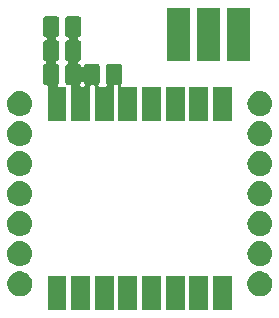
<source format=gts>
G04 #@! TF.GenerationSoftware,KiCad,Pcbnew,(5.1.4)-1*
G04 #@! TF.CreationDate,2019-10-27T13:18:03+01:00*
G04 #@! TF.ProjectId,project,70726f6a-6563-4742-9e6b-696361645f70,rev?*
G04 #@! TF.SameCoordinates,Original*
G04 #@! TF.FileFunction,Soldermask,Top*
G04 #@! TF.FilePolarity,Negative*
%FSLAX46Y46*%
G04 Gerber Fmt 4.6, Leading zero omitted, Abs format (unit mm)*
G04 Created by KiCad (PCBNEW (5.1.4)-1) date 2019-10-27 13:18:03*
%MOMM*%
%LPD*%
G04 APERTURE LIST*
%ADD10C,0.100000*%
G04 APERTURE END LIST*
D10*
G36*
X135930300Y-101728200D02*
G01*
X134330300Y-101728200D01*
X134330300Y-98828200D01*
X135930300Y-98828200D01*
X135930300Y-101728200D01*
X135930300Y-101728200D01*
G37*
G36*
X133930300Y-101728200D02*
G01*
X132330300Y-101728200D01*
X132330300Y-98828200D01*
X133930300Y-98828200D01*
X133930300Y-101728200D01*
X133930300Y-101728200D01*
G37*
G36*
X121930300Y-101728200D02*
G01*
X120330300Y-101728200D01*
X120330300Y-98828200D01*
X121930300Y-98828200D01*
X121930300Y-101728200D01*
X121930300Y-101728200D01*
G37*
G36*
X123930300Y-101728200D02*
G01*
X122330300Y-101728200D01*
X122330300Y-98828200D01*
X123930300Y-98828200D01*
X123930300Y-101728200D01*
X123930300Y-101728200D01*
G37*
G36*
X125930300Y-101728200D02*
G01*
X124330300Y-101728200D01*
X124330300Y-98828200D01*
X125930300Y-98828200D01*
X125930300Y-101728200D01*
X125930300Y-101728200D01*
G37*
G36*
X127930300Y-101728200D02*
G01*
X126330300Y-101728200D01*
X126330300Y-98828200D01*
X127930300Y-98828200D01*
X127930300Y-101728200D01*
X127930300Y-101728200D01*
G37*
G36*
X129930300Y-101728200D02*
G01*
X128330300Y-101728200D01*
X128330300Y-98828200D01*
X129930300Y-98828200D01*
X129930300Y-101728200D01*
X129930300Y-101728200D01*
G37*
G36*
X131930300Y-101728200D02*
G01*
X130330300Y-101728200D01*
X130330300Y-98828200D01*
X131930300Y-98828200D01*
X131930300Y-101728200D01*
X131930300Y-101728200D01*
G37*
G36*
X118098987Y-98472227D02*
G01*
X118276574Y-98507550D01*
X118467662Y-98586702D01*
X118639636Y-98701611D01*
X118785889Y-98847864D01*
X118900798Y-99019838D01*
X118979950Y-99210926D01*
X119020300Y-99413784D01*
X119020300Y-99620616D01*
X118979950Y-99823474D01*
X118900798Y-100014562D01*
X118785889Y-100186536D01*
X118639636Y-100332789D01*
X118467662Y-100447698D01*
X118276574Y-100526850D01*
X118098987Y-100562173D01*
X118073717Y-100567200D01*
X117866883Y-100567200D01*
X117841613Y-100562173D01*
X117664026Y-100526850D01*
X117472938Y-100447698D01*
X117300964Y-100332789D01*
X117154711Y-100186536D01*
X117039802Y-100014562D01*
X116960650Y-99823474D01*
X116920300Y-99620616D01*
X116920300Y-99413784D01*
X116960650Y-99210926D01*
X117039802Y-99019838D01*
X117154711Y-98847864D01*
X117300964Y-98701611D01*
X117472938Y-98586702D01*
X117664026Y-98507550D01*
X117841613Y-98472227D01*
X117866883Y-98467200D01*
X118073717Y-98467200D01*
X118098987Y-98472227D01*
X118098987Y-98472227D01*
G37*
G36*
X138431687Y-98472227D02*
G01*
X138609274Y-98507550D01*
X138800362Y-98586702D01*
X138972336Y-98701611D01*
X139118589Y-98847864D01*
X139233498Y-99019838D01*
X139312650Y-99210926D01*
X139353000Y-99413784D01*
X139353000Y-99620616D01*
X139312650Y-99823474D01*
X139233498Y-100014562D01*
X139118589Y-100186536D01*
X138972336Y-100332789D01*
X138800362Y-100447698D01*
X138609274Y-100526850D01*
X138431687Y-100562173D01*
X138406417Y-100567200D01*
X138199583Y-100567200D01*
X138174313Y-100562173D01*
X137996726Y-100526850D01*
X137805638Y-100447698D01*
X137633664Y-100332789D01*
X137487411Y-100186536D01*
X137372502Y-100014562D01*
X137293350Y-99823474D01*
X137253000Y-99620616D01*
X137253000Y-99413784D01*
X137293350Y-99210926D01*
X137372502Y-99019838D01*
X137487411Y-98847864D01*
X137633664Y-98701611D01*
X137805638Y-98586702D01*
X137996726Y-98507550D01*
X138174313Y-98472227D01*
X138199583Y-98467200D01*
X138406417Y-98467200D01*
X138431687Y-98472227D01*
X138431687Y-98472227D01*
G37*
G36*
X138431707Y-95934797D02*
G01*
X138508836Y-95942393D01*
X138706762Y-96002433D01*
X138706765Y-96002434D01*
X138889170Y-96099932D01*
X139049055Y-96231145D01*
X139180268Y-96391030D01*
X139277766Y-96573435D01*
X139277767Y-96573438D01*
X139337807Y-96771364D01*
X139358080Y-96977200D01*
X139337807Y-97183036D01*
X139277767Y-97380962D01*
X139277766Y-97380965D01*
X139180268Y-97563370D01*
X139049055Y-97723255D01*
X138889170Y-97854468D01*
X138706765Y-97951966D01*
X138706762Y-97951967D01*
X138508836Y-98012007D01*
X138431707Y-98019603D01*
X138354580Y-98027200D01*
X138251420Y-98027200D01*
X138174293Y-98019603D01*
X138097164Y-98012007D01*
X137899238Y-97951967D01*
X137899235Y-97951966D01*
X137716830Y-97854468D01*
X137556945Y-97723255D01*
X137425732Y-97563370D01*
X137328234Y-97380965D01*
X137328233Y-97380962D01*
X137268193Y-97183036D01*
X137247920Y-96977200D01*
X137268193Y-96771364D01*
X137328233Y-96573438D01*
X137328234Y-96573435D01*
X137425732Y-96391030D01*
X137556945Y-96231145D01*
X137716830Y-96099932D01*
X137899235Y-96002434D01*
X137899238Y-96002433D01*
X138097164Y-95942393D01*
X138174293Y-95934797D01*
X138251420Y-95927200D01*
X138354580Y-95927200D01*
X138431707Y-95934797D01*
X138431707Y-95934797D01*
G37*
G36*
X118099007Y-95934797D02*
G01*
X118176136Y-95942393D01*
X118374062Y-96002433D01*
X118374065Y-96002434D01*
X118556470Y-96099932D01*
X118716355Y-96231145D01*
X118847568Y-96391030D01*
X118945066Y-96573435D01*
X118945067Y-96573438D01*
X119005107Y-96771364D01*
X119025380Y-96977200D01*
X119005107Y-97183036D01*
X118945067Y-97380962D01*
X118945066Y-97380965D01*
X118847568Y-97563370D01*
X118716355Y-97723255D01*
X118556470Y-97854468D01*
X118374065Y-97951966D01*
X118374062Y-97951967D01*
X118176136Y-98012007D01*
X118099007Y-98019603D01*
X118021880Y-98027200D01*
X117918720Y-98027200D01*
X117841593Y-98019603D01*
X117764464Y-98012007D01*
X117566538Y-97951967D01*
X117566535Y-97951966D01*
X117384130Y-97854468D01*
X117224245Y-97723255D01*
X117093032Y-97563370D01*
X116995534Y-97380965D01*
X116995533Y-97380962D01*
X116935493Y-97183036D01*
X116915220Y-96977200D01*
X116935493Y-96771364D01*
X116995533Y-96573438D01*
X116995534Y-96573435D01*
X117093032Y-96391030D01*
X117224245Y-96231145D01*
X117384130Y-96099932D01*
X117566535Y-96002434D01*
X117566538Y-96002433D01*
X117764464Y-95942393D01*
X117841593Y-95934797D01*
X117918720Y-95927200D01*
X118021880Y-95927200D01*
X118099007Y-95934797D01*
X118099007Y-95934797D01*
G37*
G36*
X138431707Y-93394796D02*
G01*
X138508836Y-93402393D01*
X138706762Y-93462433D01*
X138706765Y-93462434D01*
X138889170Y-93559932D01*
X139049055Y-93691145D01*
X139180268Y-93851030D01*
X139277766Y-94033435D01*
X139277767Y-94033438D01*
X139337807Y-94231364D01*
X139358080Y-94437200D01*
X139337807Y-94643036D01*
X139277767Y-94840962D01*
X139277766Y-94840965D01*
X139180268Y-95023370D01*
X139049055Y-95183255D01*
X138889170Y-95314468D01*
X138706765Y-95411966D01*
X138706762Y-95411967D01*
X138508836Y-95472007D01*
X138431707Y-95479603D01*
X138354580Y-95487200D01*
X138251420Y-95487200D01*
X138174293Y-95479603D01*
X138097164Y-95472007D01*
X137899238Y-95411967D01*
X137899235Y-95411966D01*
X137716830Y-95314468D01*
X137556945Y-95183255D01*
X137425732Y-95023370D01*
X137328234Y-94840965D01*
X137328233Y-94840962D01*
X137268193Y-94643036D01*
X137247920Y-94437200D01*
X137268193Y-94231364D01*
X137328233Y-94033438D01*
X137328234Y-94033435D01*
X137425732Y-93851030D01*
X137556945Y-93691145D01*
X137716830Y-93559932D01*
X137899235Y-93462434D01*
X137899238Y-93462433D01*
X138097164Y-93402393D01*
X138174293Y-93394796D01*
X138251420Y-93387200D01*
X138354580Y-93387200D01*
X138431707Y-93394796D01*
X138431707Y-93394796D01*
G37*
G36*
X118099007Y-93394796D02*
G01*
X118176136Y-93402393D01*
X118374062Y-93462433D01*
X118374065Y-93462434D01*
X118556470Y-93559932D01*
X118716355Y-93691145D01*
X118847568Y-93851030D01*
X118945066Y-94033435D01*
X118945067Y-94033438D01*
X119005107Y-94231364D01*
X119025380Y-94437200D01*
X119005107Y-94643036D01*
X118945067Y-94840962D01*
X118945066Y-94840965D01*
X118847568Y-95023370D01*
X118716355Y-95183255D01*
X118556470Y-95314468D01*
X118374065Y-95411966D01*
X118374062Y-95411967D01*
X118176136Y-95472007D01*
X118099007Y-95479603D01*
X118021880Y-95487200D01*
X117918720Y-95487200D01*
X117841593Y-95479603D01*
X117764464Y-95472007D01*
X117566538Y-95411967D01*
X117566535Y-95411966D01*
X117384130Y-95314468D01*
X117224245Y-95183255D01*
X117093032Y-95023370D01*
X116995534Y-94840965D01*
X116995533Y-94840962D01*
X116935493Y-94643036D01*
X116915220Y-94437200D01*
X116935493Y-94231364D01*
X116995533Y-94033438D01*
X116995534Y-94033435D01*
X117093032Y-93851030D01*
X117224245Y-93691145D01*
X117384130Y-93559932D01*
X117566535Y-93462434D01*
X117566538Y-93462433D01*
X117764464Y-93402393D01*
X117841593Y-93394796D01*
X117918720Y-93387200D01*
X118021880Y-93387200D01*
X118099007Y-93394796D01*
X118099007Y-93394796D01*
G37*
G36*
X138431707Y-90854797D02*
G01*
X138508836Y-90862393D01*
X138706762Y-90922433D01*
X138706765Y-90922434D01*
X138889170Y-91019932D01*
X139049055Y-91151145D01*
X139180268Y-91311030D01*
X139277766Y-91493435D01*
X139277767Y-91493438D01*
X139337807Y-91691364D01*
X139358080Y-91897200D01*
X139337807Y-92103036D01*
X139277767Y-92300962D01*
X139277766Y-92300965D01*
X139180268Y-92483370D01*
X139049055Y-92643255D01*
X138889170Y-92774468D01*
X138706765Y-92871966D01*
X138706762Y-92871967D01*
X138508836Y-92932007D01*
X138431707Y-92939603D01*
X138354580Y-92947200D01*
X138251420Y-92947200D01*
X138174293Y-92939603D01*
X138097164Y-92932007D01*
X137899238Y-92871967D01*
X137899235Y-92871966D01*
X137716830Y-92774468D01*
X137556945Y-92643255D01*
X137425732Y-92483370D01*
X137328234Y-92300965D01*
X137328233Y-92300962D01*
X137268193Y-92103036D01*
X137247920Y-91897200D01*
X137268193Y-91691364D01*
X137328233Y-91493438D01*
X137328234Y-91493435D01*
X137425732Y-91311030D01*
X137556945Y-91151145D01*
X137716830Y-91019932D01*
X137899235Y-90922434D01*
X137899238Y-90922433D01*
X138097164Y-90862393D01*
X138174293Y-90854797D01*
X138251420Y-90847200D01*
X138354580Y-90847200D01*
X138431707Y-90854797D01*
X138431707Y-90854797D01*
G37*
G36*
X118099007Y-90854797D02*
G01*
X118176136Y-90862393D01*
X118374062Y-90922433D01*
X118374065Y-90922434D01*
X118556470Y-91019932D01*
X118716355Y-91151145D01*
X118847568Y-91311030D01*
X118945066Y-91493435D01*
X118945067Y-91493438D01*
X119005107Y-91691364D01*
X119025380Y-91897200D01*
X119005107Y-92103036D01*
X118945067Y-92300962D01*
X118945066Y-92300965D01*
X118847568Y-92483370D01*
X118716355Y-92643255D01*
X118556470Y-92774468D01*
X118374065Y-92871966D01*
X118374062Y-92871967D01*
X118176136Y-92932007D01*
X118099007Y-92939603D01*
X118021880Y-92947200D01*
X117918720Y-92947200D01*
X117841593Y-92939603D01*
X117764464Y-92932007D01*
X117566538Y-92871967D01*
X117566535Y-92871966D01*
X117384130Y-92774468D01*
X117224245Y-92643255D01*
X117093032Y-92483370D01*
X116995534Y-92300965D01*
X116995533Y-92300962D01*
X116935493Y-92103036D01*
X116915220Y-91897200D01*
X116935493Y-91691364D01*
X116995533Y-91493438D01*
X116995534Y-91493435D01*
X117093032Y-91311030D01*
X117224245Y-91151145D01*
X117384130Y-91019932D01*
X117566535Y-90922434D01*
X117566538Y-90922433D01*
X117764464Y-90862393D01*
X117841593Y-90854797D01*
X117918720Y-90847200D01*
X118021880Y-90847200D01*
X118099007Y-90854797D01*
X118099007Y-90854797D01*
G37*
G36*
X118099007Y-88314796D02*
G01*
X118176136Y-88322393D01*
X118374062Y-88382433D01*
X118374065Y-88382434D01*
X118556470Y-88479932D01*
X118716355Y-88611145D01*
X118847568Y-88771030D01*
X118945066Y-88953435D01*
X118945067Y-88953438D01*
X119005107Y-89151364D01*
X119025380Y-89357200D01*
X119005107Y-89563036D01*
X118945067Y-89760962D01*
X118945066Y-89760965D01*
X118847568Y-89943370D01*
X118716355Y-90103255D01*
X118556470Y-90234468D01*
X118374065Y-90331966D01*
X118374062Y-90331967D01*
X118176136Y-90392007D01*
X118099007Y-90399603D01*
X118021880Y-90407200D01*
X117918720Y-90407200D01*
X117841593Y-90399603D01*
X117764464Y-90392007D01*
X117566538Y-90331967D01*
X117566535Y-90331966D01*
X117384130Y-90234468D01*
X117224245Y-90103255D01*
X117093032Y-89943370D01*
X116995534Y-89760965D01*
X116995533Y-89760962D01*
X116935493Y-89563036D01*
X116915220Y-89357200D01*
X116935493Y-89151364D01*
X116995533Y-88953438D01*
X116995534Y-88953435D01*
X117093032Y-88771030D01*
X117224245Y-88611145D01*
X117384130Y-88479932D01*
X117566535Y-88382434D01*
X117566538Y-88382433D01*
X117764464Y-88322393D01*
X117841593Y-88314796D01*
X117918720Y-88307200D01*
X118021880Y-88307200D01*
X118099007Y-88314796D01*
X118099007Y-88314796D01*
G37*
G36*
X138431707Y-88314796D02*
G01*
X138508836Y-88322393D01*
X138706762Y-88382433D01*
X138706765Y-88382434D01*
X138889170Y-88479932D01*
X139049055Y-88611145D01*
X139180268Y-88771030D01*
X139277766Y-88953435D01*
X139277767Y-88953438D01*
X139337807Y-89151364D01*
X139358080Y-89357200D01*
X139337807Y-89563036D01*
X139277767Y-89760962D01*
X139277766Y-89760965D01*
X139180268Y-89943370D01*
X139049055Y-90103255D01*
X138889170Y-90234468D01*
X138706765Y-90331966D01*
X138706762Y-90331967D01*
X138508836Y-90392007D01*
X138431707Y-90399603D01*
X138354580Y-90407200D01*
X138251420Y-90407200D01*
X138174293Y-90399603D01*
X138097164Y-90392007D01*
X137899238Y-90331967D01*
X137899235Y-90331966D01*
X137716830Y-90234468D01*
X137556945Y-90103255D01*
X137425732Y-89943370D01*
X137328234Y-89760965D01*
X137328233Y-89760962D01*
X137268193Y-89563036D01*
X137247920Y-89357200D01*
X137268193Y-89151364D01*
X137328233Y-88953438D01*
X137328234Y-88953435D01*
X137425732Y-88771030D01*
X137556945Y-88611145D01*
X137716830Y-88479932D01*
X137899235Y-88382434D01*
X137899238Y-88382433D01*
X138097164Y-88322393D01*
X138174293Y-88314796D01*
X138251420Y-88307200D01*
X138354580Y-88307200D01*
X138431707Y-88314796D01*
X138431707Y-88314796D01*
G37*
G36*
X118099007Y-85774797D02*
G01*
X118176136Y-85782393D01*
X118374062Y-85842433D01*
X118374065Y-85842434D01*
X118556470Y-85939932D01*
X118716355Y-86071145D01*
X118847568Y-86231030D01*
X118945066Y-86413435D01*
X118945067Y-86413438D01*
X119005107Y-86611364D01*
X119025380Y-86817200D01*
X119005107Y-87023036D01*
X118945067Y-87220962D01*
X118945066Y-87220965D01*
X118847568Y-87403370D01*
X118716355Y-87563255D01*
X118556470Y-87694468D01*
X118374065Y-87791966D01*
X118374062Y-87791967D01*
X118176136Y-87852007D01*
X118099007Y-87859604D01*
X118021880Y-87867200D01*
X117918720Y-87867200D01*
X117841593Y-87859604D01*
X117764464Y-87852007D01*
X117566538Y-87791967D01*
X117566535Y-87791966D01*
X117384130Y-87694468D01*
X117224245Y-87563255D01*
X117093032Y-87403370D01*
X116995534Y-87220965D01*
X116995533Y-87220962D01*
X116935493Y-87023036D01*
X116915220Y-86817200D01*
X116935493Y-86611364D01*
X116995533Y-86413438D01*
X116995534Y-86413435D01*
X117093032Y-86231030D01*
X117224245Y-86071145D01*
X117384130Y-85939932D01*
X117566535Y-85842434D01*
X117566538Y-85842433D01*
X117764464Y-85782393D01*
X117841593Y-85774797D01*
X117918720Y-85767200D01*
X118021880Y-85767200D01*
X118099007Y-85774797D01*
X118099007Y-85774797D01*
G37*
G36*
X138431707Y-85774797D02*
G01*
X138508836Y-85782393D01*
X138706762Y-85842433D01*
X138706765Y-85842434D01*
X138889170Y-85939932D01*
X139049055Y-86071145D01*
X139180268Y-86231030D01*
X139277766Y-86413435D01*
X139277767Y-86413438D01*
X139337807Y-86611364D01*
X139358080Y-86817200D01*
X139337807Y-87023036D01*
X139277767Y-87220962D01*
X139277766Y-87220965D01*
X139180268Y-87403370D01*
X139049055Y-87563255D01*
X138889170Y-87694468D01*
X138706765Y-87791966D01*
X138706762Y-87791967D01*
X138508836Y-87852007D01*
X138431707Y-87859604D01*
X138354580Y-87867200D01*
X138251420Y-87867200D01*
X138174293Y-87859604D01*
X138097164Y-87852007D01*
X137899238Y-87791967D01*
X137899235Y-87791966D01*
X137716830Y-87694468D01*
X137556945Y-87563255D01*
X137425732Y-87403370D01*
X137328234Y-87220965D01*
X137328233Y-87220962D01*
X137268193Y-87023036D01*
X137247920Y-86817200D01*
X137268193Y-86611364D01*
X137328233Y-86413438D01*
X137328234Y-86413435D01*
X137425732Y-86231030D01*
X137556945Y-86071145D01*
X137716830Y-85939932D01*
X137899235Y-85842434D01*
X137899238Y-85842433D01*
X138097164Y-85782393D01*
X138174293Y-85774797D01*
X138251420Y-85767200D01*
X138354580Y-85767200D01*
X138431707Y-85774797D01*
X138431707Y-85774797D01*
G37*
G36*
X129930300Y-85728200D02*
G01*
X128330300Y-85728200D01*
X128330300Y-82828200D01*
X129930300Y-82828200D01*
X129930300Y-85728200D01*
X129930300Y-85728200D01*
G37*
G36*
X131930300Y-85728200D02*
G01*
X130330300Y-85728200D01*
X130330300Y-82828200D01*
X131930300Y-82828200D01*
X131930300Y-85728200D01*
X131930300Y-85728200D01*
G37*
G36*
X133930300Y-85728200D02*
G01*
X132330300Y-85728200D01*
X132330300Y-82828200D01*
X133930300Y-82828200D01*
X133930300Y-85728200D01*
X133930300Y-85728200D01*
G37*
G36*
X121092979Y-76857937D02*
G01*
X121145627Y-76873908D01*
X121194148Y-76899842D01*
X121236675Y-76934745D01*
X121271578Y-76977272D01*
X121297512Y-77025793D01*
X121313483Y-77078441D01*
X121319480Y-77139330D01*
X121319480Y-78364550D01*
X121313483Y-78425439D01*
X121297512Y-78478087D01*
X121271578Y-78526608D01*
X121236675Y-78569135D01*
X121194148Y-78604038D01*
X121145627Y-78629972D01*
X121089319Y-78647053D01*
X121066680Y-78656431D01*
X121046306Y-78670044D01*
X121028979Y-78687371D01*
X121015365Y-78707746D01*
X121005988Y-78730384D01*
X121001207Y-78754418D01*
X121001207Y-78778922D01*
X121005987Y-78802955D01*
X121015365Y-78825594D01*
X121028978Y-78845968D01*
X121046305Y-78863295D01*
X121066680Y-78876909D01*
X121089319Y-78886287D01*
X121145627Y-78903368D01*
X121194148Y-78929302D01*
X121236675Y-78964205D01*
X121271578Y-79006732D01*
X121297512Y-79055253D01*
X121313483Y-79107901D01*
X121319480Y-79168790D01*
X121319480Y-80394010D01*
X121313483Y-80454899D01*
X121297512Y-80507547D01*
X121271578Y-80556068D01*
X121236675Y-80598595D01*
X121194148Y-80633498D01*
X121145627Y-80659432D01*
X121116463Y-80668279D01*
X121093824Y-80677657D01*
X121073450Y-80691270D01*
X121056123Y-80708597D01*
X121042509Y-80728972D01*
X121033132Y-80751610D01*
X121028351Y-80775644D01*
X121028351Y-80800148D01*
X121033131Y-80824181D01*
X121042509Y-80846820D01*
X121056122Y-80867194D01*
X121073449Y-80884521D01*
X121093824Y-80898135D01*
X121116461Y-80907512D01*
X121132925Y-80912506D01*
X121181448Y-80938442D01*
X121223975Y-80973345D01*
X121258878Y-81015872D01*
X121284812Y-81064393D01*
X121300783Y-81117041D01*
X121306780Y-81177930D01*
X121306780Y-82403150D01*
X121300783Y-82464039D01*
X121284812Y-82516687D01*
X121258878Y-82565208D01*
X121222812Y-82609153D01*
X121208062Y-82623903D01*
X121194449Y-82644277D01*
X121185071Y-82666916D01*
X121180291Y-82690949D01*
X121180291Y-82715453D01*
X121185072Y-82739487D01*
X121194449Y-82762125D01*
X121208063Y-82782500D01*
X121225390Y-82799827D01*
X121245764Y-82813440D01*
X121268403Y-82822818D01*
X121304688Y-82828200D01*
X121808872Y-82828200D01*
X121833258Y-82825798D01*
X121856707Y-82818685D01*
X121878318Y-82807134D01*
X121897260Y-82791589D01*
X121912805Y-82772647D01*
X121924356Y-82751036D01*
X121931469Y-82727587D01*
X121933871Y-82703201D01*
X121931469Y-82678815D01*
X121924356Y-82655366D01*
X121912805Y-82633755D01*
X121893060Y-82611970D01*
X121854682Y-82565208D01*
X121828748Y-82516687D01*
X121812777Y-82464039D01*
X121806780Y-82403150D01*
X121806780Y-81177930D01*
X121812777Y-81117041D01*
X121828748Y-81064393D01*
X121854682Y-81015872D01*
X121889585Y-80973345D01*
X121932112Y-80938442D01*
X121980633Y-80912508D01*
X122009797Y-80903661D01*
X122032436Y-80894283D01*
X122052810Y-80880670D01*
X122070137Y-80863343D01*
X122083751Y-80842968D01*
X122093128Y-80820330D01*
X122097909Y-80796296D01*
X122097909Y-80771792D01*
X122093129Y-80747759D01*
X122083751Y-80725120D01*
X122070138Y-80704746D01*
X122052811Y-80687419D01*
X122032436Y-80673805D01*
X122009799Y-80664428D01*
X121993335Y-80659434D01*
X121944812Y-80633498D01*
X121902285Y-80598595D01*
X121867382Y-80556068D01*
X121841448Y-80507547D01*
X121825477Y-80454899D01*
X121819480Y-80394010D01*
X121819480Y-79168790D01*
X121825477Y-79107901D01*
X121841448Y-79055253D01*
X121867382Y-79006732D01*
X121902285Y-78964205D01*
X121944812Y-78929302D01*
X121993333Y-78903368D01*
X122049641Y-78886287D01*
X122072280Y-78876909D01*
X122092654Y-78863296D01*
X122109981Y-78845969D01*
X122123595Y-78825594D01*
X122132972Y-78802956D01*
X122137753Y-78778922D01*
X122137753Y-78754418D01*
X122132973Y-78730385D01*
X122123595Y-78707746D01*
X122109982Y-78687372D01*
X122092655Y-78670045D01*
X122072280Y-78656431D01*
X122049641Y-78647053D01*
X121993333Y-78629972D01*
X121944812Y-78604038D01*
X121902285Y-78569135D01*
X121867382Y-78526608D01*
X121841448Y-78478087D01*
X121825477Y-78425439D01*
X121819480Y-78364550D01*
X121819480Y-77139330D01*
X121825477Y-77078441D01*
X121841448Y-77025793D01*
X121867382Y-76977272D01*
X121902285Y-76934745D01*
X121944812Y-76899842D01*
X121993333Y-76873908D01*
X122045981Y-76857937D01*
X122106870Y-76851940D01*
X122907090Y-76851940D01*
X122967979Y-76857937D01*
X123020627Y-76873908D01*
X123069148Y-76899842D01*
X123111675Y-76934745D01*
X123146578Y-76977272D01*
X123172512Y-77025793D01*
X123188483Y-77078441D01*
X123194480Y-77139330D01*
X123194480Y-78364550D01*
X123188483Y-78425439D01*
X123172512Y-78478087D01*
X123146578Y-78526608D01*
X123111675Y-78569135D01*
X123069148Y-78604038D01*
X123020627Y-78629972D01*
X122964319Y-78647053D01*
X122941680Y-78656431D01*
X122921306Y-78670044D01*
X122903979Y-78687371D01*
X122890365Y-78707746D01*
X122880988Y-78730384D01*
X122876207Y-78754418D01*
X122876207Y-78778922D01*
X122880987Y-78802955D01*
X122890365Y-78825594D01*
X122903978Y-78845968D01*
X122921305Y-78863295D01*
X122941680Y-78876909D01*
X122964319Y-78886287D01*
X123020627Y-78903368D01*
X123069148Y-78929302D01*
X123111675Y-78964205D01*
X123146578Y-79006732D01*
X123172512Y-79055253D01*
X123188483Y-79107901D01*
X123194480Y-79168790D01*
X123194480Y-80394010D01*
X123188483Y-80454899D01*
X123172512Y-80507547D01*
X123146578Y-80556068D01*
X123111675Y-80598595D01*
X123069148Y-80633498D01*
X123020627Y-80659432D01*
X122991463Y-80668279D01*
X122968824Y-80677657D01*
X122948450Y-80691270D01*
X122931123Y-80708597D01*
X122917509Y-80728972D01*
X122908132Y-80751610D01*
X122903351Y-80775644D01*
X122903351Y-80800148D01*
X122908131Y-80824181D01*
X122917509Y-80846820D01*
X122931122Y-80867194D01*
X122948449Y-80884521D01*
X122968824Y-80898135D01*
X122991461Y-80907512D01*
X123007925Y-80912506D01*
X123056448Y-80938442D01*
X123098975Y-80973345D01*
X123133878Y-81015872D01*
X123159812Y-81064393D01*
X123166903Y-81087768D01*
X123176281Y-81110407D01*
X123189894Y-81130781D01*
X123207221Y-81148108D01*
X123227596Y-81161722D01*
X123250235Y-81171100D01*
X123274268Y-81175880D01*
X123298772Y-81175880D01*
X123322805Y-81171100D01*
X123345444Y-81161722D01*
X123365818Y-81148109D01*
X123383145Y-81130782D01*
X123396759Y-81110407D01*
X123406137Y-81087768D01*
X123413228Y-81064393D01*
X123439162Y-81015872D01*
X123474065Y-80973345D01*
X123516592Y-80938442D01*
X123565113Y-80912508D01*
X123617761Y-80896537D01*
X123678650Y-80890540D01*
X124478870Y-80890540D01*
X124539759Y-80896537D01*
X124592407Y-80912508D01*
X124640928Y-80938442D01*
X124683455Y-80973345D01*
X124718358Y-81015872D01*
X124744292Y-81064393D01*
X124760263Y-81117041D01*
X124766260Y-81177930D01*
X124766260Y-82403150D01*
X124760263Y-82464039D01*
X124744292Y-82516687D01*
X124718358Y-82565208D01*
X124682292Y-82609153D01*
X124667542Y-82623903D01*
X124653929Y-82644277D01*
X124644551Y-82666916D01*
X124639771Y-82690949D01*
X124639771Y-82715453D01*
X124644552Y-82739487D01*
X124653929Y-82762125D01*
X124667543Y-82782500D01*
X124684870Y-82799827D01*
X124705244Y-82813440D01*
X124727883Y-82822818D01*
X124764168Y-82828200D01*
X125268352Y-82828200D01*
X125292738Y-82825798D01*
X125316187Y-82818685D01*
X125337798Y-82807134D01*
X125356740Y-82791589D01*
X125372285Y-82772647D01*
X125383836Y-82751036D01*
X125390949Y-82727587D01*
X125393351Y-82703201D01*
X125390949Y-82678815D01*
X125383836Y-82655366D01*
X125372285Y-82633755D01*
X125352540Y-82611970D01*
X125314162Y-82565208D01*
X125288228Y-82516687D01*
X125272257Y-82464039D01*
X125266260Y-82403150D01*
X125266260Y-81177930D01*
X125272257Y-81117041D01*
X125288228Y-81064393D01*
X125314162Y-81015872D01*
X125349065Y-80973345D01*
X125391592Y-80938442D01*
X125440113Y-80912508D01*
X125492761Y-80896537D01*
X125553650Y-80890540D01*
X126353870Y-80890540D01*
X126414759Y-80896537D01*
X126467407Y-80912508D01*
X126515928Y-80938442D01*
X126558455Y-80973345D01*
X126593358Y-81015872D01*
X126619292Y-81064393D01*
X126635263Y-81117041D01*
X126641260Y-81177930D01*
X126641260Y-82403150D01*
X126635263Y-82464039D01*
X126619292Y-82516687D01*
X126593358Y-82565208D01*
X126557292Y-82609153D01*
X126542542Y-82623903D01*
X126528929Y-82644277D01*
X126519551Y-82666916D01*
X126514771Y-82690949D01*
X126514771Y-82715453D01*
X126519552Y-82739487D01*
X126528929Y-82762125D01*
X126542543Y-82782500D01*
X126559870Y-82799827D01*
X126580244Y-82813440D01*
X126602883Y-82822818D01*
X126639168Y-82828200D01*
X127930300Y-82828200D01*
X127930300Y-85728200D01*
X126330300Y-85728200D01*
X126330300Y-82815539D01*
X126327898Y-82791153D01*
X126320785Y-82767704D01*
X126309234Y-82746093D01*
X126293689Y-82727151D01*
X126274747Y-82711606D01*
X126253136Y-82700055D01*
X126229687Y-82692942D01*
X126205301Y-82690540D01*
X126055299Y-82690540D01*
X126030913Y-82692942D01*
X126007464Y-82700055D01*
X125985853Y-82711606D01*
X125966911Y-82727151D01*
X125951366Y-82746093D01*
X125939815Y-82767704D01*
X125932702Y-82791153D01*
X125930300Y-82815539D01*
X125930300Y-85728200D01*
X124330300Y-85728200D01*
X124330300Y-82815539D01*
X124327898Y-82791153D01*
X124320785Y-82767704D01*
X124309234Y-82746093D01*
X124293689Y-82727151D01*
X124274747Y-82711606D01*
X124253136Y-82700055D01*
X124229687Y-82692942D01*
X124205301Y-82690540D01*
X124055299Y-82690540D01*
X124030913Y-82692942D01*
X124007464Y-82700055D01*
X123985853Y-82711606D01*
X123966911Y-82727151D01*
X123951366Y-82746093D01*
X123939815Y-82767704D01*
X123932702Y-82791153D01*
X123930300Y-82815539D01*
X123930300Y-85728200D01*
X122330300Y-85728200D01*
X122330300Y-82815539D01*
X122327898Y-82791153D01*
X122320785Y-82767704D01*
X122309234Y-82746093D01*
X122293689Y-82727151D01*
X122274747Y-82711606D01*
X122253136Y-82700055D01*
X122229687Y-82692942D01*
X122209454Y-82690949D01*
X123055291Y-82690949D01*
X123055291Y-82715453D01*
X123060072Y-82739487D01*
X123069449Y-82762125D01*
X123083063Y-82782500D01*
X123100390Y-82799827D01*
X123120764Y-82813440D01*
X123143403Y-82822818D01*
X123179688Y-82828200D01*
X123393352Y-82828200D01*
X123417738Y-82825798D01*
X123441187Y-82818685D01*
X123462798Y-82807134D01*
X123481740Y-82791589D01*
X123497285Y-82772647D01*
X123508836Y-82751036D01*
X123515949Y-82727587D01*
X123518351Y-82703201D01*
X123515949Y-82678815D01*
X123508836Y-82655366D01*
X123497285Y-82633755D01*
X123477540Y-82611970D01*
X123439162Y-82565208D01*
X123413228Y-82516687D01*
X123406137Y-82493312D01*
X123396759Y-82470673D01*
X123383146Y-82450299D01*
X123365819Y-82432972D01*
X123345444Y-82419358D01*
X123322805Y-82409980D01*
X123298772Y-82405200D01*
X123274268Y-82405200D01*
X123250235Y-82409980D01*
X123227596Y-82419358D01*
X123207222Y-82432971D01*
X123189895Y-82450298D01*
X123176281Y-82470673D01*
X123166903Y-82493312D01*
X123159812Y-82516687D01*
X123133878Y-82565208D01*
X123097812Y-82609153D01*
X123083062Y-82623903D01*
X123069449Y-82644277D01*
X123060071Y-82666916D01*
X123055291Y-82690949D01*
X122209454Y-82690949D01*
X122205301Y-82690540D01*
X122094171Y-82690540D01*
X122067552Y-82687918D01*
X122043048Y-82687918D01*
X122019015Y-82692698D01*
X121996376Y-82702075D01*
X121976001Y-82715689D01*
X121958674Y-82733016D01*
X121945060Y-82753390D01*
X121935683Y-82776029D01*
X121930902Y-82800062D01*
X121930300Y-82812315D01*
X121930300Y-85728200D01*
X120330300Y-85728200D01*
X120330300Y-82814778D01*
X120327898Y-82790392D01*
X120320785Y-82766943D01*
X120309234Y-82745332D01*
X120293689Y-82726390D01*
X120274747Y-82710845D01*
X120253136Y-82699294D01*
X120217554Y-82690381D01*
X120158281Y-82684543D01*
X120105633Y-82668572D01*
X120057112Y-82642638D01*
X120014585Y-82607735D01*
X119979682Y-82565208D01*
X119953748Y-82516687D01*
X119937777Y-82464039D01*
X119931780Y-82403150D01*
X119931780Y-81177930D01*
X119937777Y-81117041D01*
X119953748Y-81064393D01*
X119979682Y-81015872D01*
X120014585Y-80973345D01*
X120057112Y-80938442D01*
X120105633Y-80912508D01*
X120134797Y-80903661D01*
X120157436Y-80894283D01*
X120177810Y-80880670D01*
X120195137Y-80863343D01*
X120208751Y-80842968D01*
X120218128Y-80820330D01*
X120222909Y-80796296D01*
X120222909Y-80771792D01*
X120218129Y-80747759D01*
X120208751Y-80725120D01*
X120195138Y-80704746D01*
X120177811Y-80687419D01*
X120157436Y-80673805D01*
X120134799Y-80664428D01*
X120118335Y-80659434D01*
X120069812Y-80633498D01*
X120027285Y-80598595D01*
X119992382Y-80556068D01*
X119966448Y-80507547D01*
X119950477Y-80454899D01*
X119944480Y-80394010D01*
X119944480Y-79168790D01*
X119950477Y-79107901D01*
X119966448Y-79055253D01*
X119992382Y-79006732D01*
X120027285Y-78964205D01*
X120069812Y-78929302D01*
X120118333Y-78903368D01*
X120174641Y-78886287D01*
X120197280Y-78876909D01*
X120217654Y-78863296D01*
X120234981Y-78845969D01*
X120248595Y-78825594D01*
X120257972Y-78802956D01*
X120262753Y-78778922D01*
X120262753Y-78754418D01*
X120257973Y-78730385D01*
X120248595Y-78707746D01*
X120234982Y-78687372D01*
X120217655Y-78670045D01*
X120197280Y-78656431D01*
X120174641Y-78647053D01*
X120118333Y-78629972D01*
X120069812Y-78604038D01*
X120027285Y-78569135D01*
X119992382Y-78526608D01*
X119966448Y-78478087D01*
X119950477Y-78425439D01*
X119944480Y-78364550D01*
X119944480Y-77139330D01*
X119950477Y-77078441D01*
X119966448Y-77025793D01*
X119992382Y-76977272D01*
X120027285Y-76934745D01*
X120069812Y-76899842D01*
X120118333Y-76873908D01*
X120170981Y-76857937D01*
X120231870Y-76851940D01*
X121032090Y-76851940D01*
X121092979Y-76857937D01*
X121092979Y-76857937D01*
G37*
G36*
X135930300Y-85728200D02*
G01*
X134330300Y-85728200D01*
X134330300Y-82828200D01*
X135930300Y-82828200D01*
X135930300Y-85728200D01*
X135930300Y-85728200D01*
G37*
G36*
X138431707Y-83234796D02*
G01*
X138508836Y-83242393D01*
X138706762Y-83302433D01*
X138706765Y-83302434D01*
X138889170Y-83399932D01*
X139049055Y-83531145D01*
X139180268Y-83691030D01*
X139277766Y-83873435D01*
X139277767Y-83873438D01*
X139337807Y-84071364D01*
X139358080Y-84277200D01*
X139337807Y-84483036D01*
X139277767Y-84680962D01*
X139277766Y-84680965D01*
X139180268Y-84863370D01*
X139049055Y-85023255D01*
X138889170Y-85154468D01*
X138706765Y-85251966D01*
X138706762Y-85251967D01*
X138508836Y-85312007D01*
X138431707Y-85319603D01*
X138354580Y-85327200D01*
X138251420Y-85327200D01*
X138174293Y-85319603D01*
X138097164Y-85312007D01*
X137899238Y-85251967D01*
X137899235Y-85251966D01*
X137716830Y-85154468D01*
X137556945Y-85023255D01*
X137425732Y-84863370D01*
X137328234Y-84680965D01*
X137328233Y-84680962D01*
X137268193Y-84483036D01*
X137247920Y-84277200D01*
X137268193Y-84071364D01*
X137328233Y-83873438D01*
X137328234Y-83873435D01*
X137425732Y-83691030D01*
X137556945Y-83531145D01*
X137716830Y-83399932D01*
X137899235Y-83302434D01*
X137899238Y-83302433D01*
X138097164Y-83242393D01*
X138174293Y-83234796D01*
X138251420Y-83227200D01*
X138354580Y-83227200D01*
X138431707Y-83234796D01*
X138431707Y-83234796D01*
G37*
G36*
X118099007Y-83234796D02*
G01*
X118176136Y-83242393D01*
X118374062Y-83302433D01*
X118374065Y-83302434D01*
X118556470Y-83399932D01*
X118716355Y-83531145D01*
X118847568Y-83691030D01*
X118945066Y-83873435D01*
X118945067Y-83873438D01*
X119005107Y-84071364D01*
X119025380Y-84277200D01*
X119005107Y-84483036D01*
X118945067Y-84680962D01*
X118945066Y-84680965D01*
X118847568Y-84863370D01*
X118716355Y-85023255D01*
X118556470Y-85154468D01*
X118374065Y-85251966D01*
X118374062Y-85251967D01*
X118176136Y-85312007D01*
X118099007Y-85319603D01*
X118021880Y-85327200D01*
X117918720Y-85327200D01*
X117841593Y-85319603D01*
X117764464Y-85312007D01*
X117566538Y-85251967D01*
X117566535Y-85251966D01*
X117384130Y-85154468D01*
X117224245Y-85023255D01*
X117093032Y-84863370D01*
X116995534Y-84680965D01*
X116995533Y-84680962D01*
X116935493Y-84483036D01*
X116915220Y-84277200D01*
X116935493Y-84071364D01*
X116995533Y-83873438D01*
X116995534Y-83873435D01*
X117093032Y-83691030D01*
X117224245Y-83531145D01*
X117384130Y-83399932D01*
X117566535Y-83302434D01*
X117566538Y-83302433D01*
X117764464Y-83242393D01*
X117841593Y-83234796D01*
X117918720Y-83227200D01*
X118021880Y-83227200D01*
X118099007Y-83234796D01*
X118099007Y-83234796D01*
G37*
G36*
X132384140Y-80659580D02*
G01*
X130460140Y-80659580D01*
X130460140Y-76195580D01*
X132384140Y-76195580D01*
X132384140Y-80659580D01*
X132384140Y-80659580D01*
G37*
G36*
X137464140Y-80659580D02*
G01*
X135540140Y-80659580D01*
X135540140Y-76195580D01*
X137464140Y-76195580D01*
X137464140Y-80659580D01*
X137464140Y-80659580D01*
G37*
G36*
X134924140Y-80659580D02*
G01*
X133000140Y-80659580D01*
X133000140Y-76195580D01*
X134924140Y-76195580D01*
X134924140Y-80659580D01*
X134924140Y-80659580D01*
G37*
M02*

</source>
